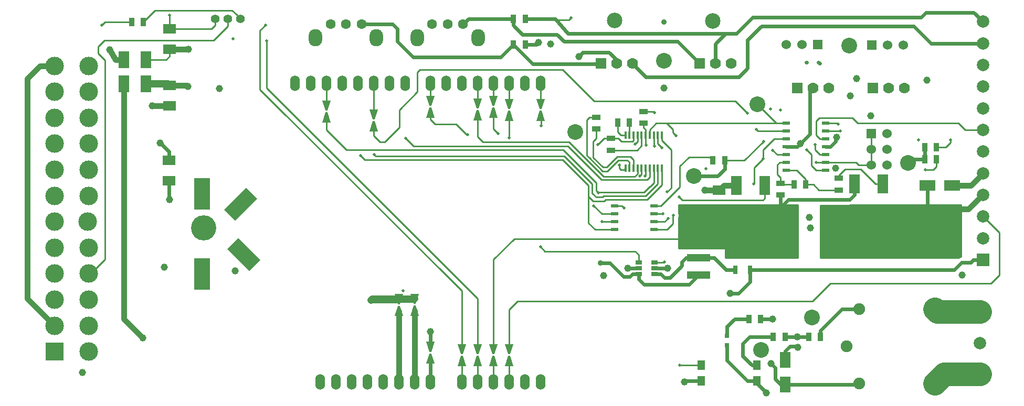
<source format=gtl>
G04 (created by PCBNEW (2013-07-07 BZR 4022)-stable) date 26/03/2014 18:27:59*
%MOIN*%
G04 Gerber Fmt 3.4, Leading zero omitted, Abs format*
%FSLAX34Y34*%
G01*
G70*
G90*
G04 APERTURE LIST*
%ADD10C,0.006*%
%ADD11C,0.0984252*%
%ADD12R,0.0669291X0.0984252*%
%ADD13R,0.035X0.055*%
%ADD14R,0.0511811X0.0590551*%
%ADD15R,0.06X0.06*%
%ADD16C,0.06*%
%ADD17R,0.055X0.035*%
%ADD18R,0.0787402X0.0787402*%
%ADD19C,0.0787402*%
%ADD20R,0.045X0.02*%
%ADD21R,0.0984252X0.0669291*%
%ADD22R,0.07X0.11*%
%ADD23R,0.08X0.06*%
%ADD24R,0.0394X0.0276*%
%ADD25R,0.0255906X0.0531496*%
%ADD26R,0.145669X0.0472441*%
%ADD27C,0.075*%
%ADD28C,0.16*%
%ADD29R,0.1X0.2*%
%ADD30R,0.016X0.05*%
%ADD31R,0.0314X0.0314*%
%ADD32C,0.07*%
%ADD33R,0.07X0.07*%
%ADD34O,0.0866142X0.110236*%
%ADD35C,0.0629921*%
%ADD36C,0.0551181*%
%ADD37O,0.06X0.1*%
%ADD38R,0.11811X0.11811*%
%ADD39C,0.11811*%
%ADD40C,0.1*%
%ADD41R,0.065X0.12*%
%ADD42R,0.24X0.24*%
%ADD43C,0.046*%
%ADD44C,0.02*%
%ADD45C,0.035*%
%ADD46C,0.024*%
%ADD47C,0.036*%
%ADD48C,0.048*%
%ADD49C,0.01*%
%ADD50C,0.15*%
G04 APERTURE END LIST*
G54D10*
G54D11*
X95650Y-39550D03*
G54D12*
X100250Y-61100D03*
X100250Y-62674D03*
G54D13*
X100225Y-59650D03*
X99475Y-59650D03*
X101725Y-59650D03*
X102475Y-59650D03*
X97925Y-58500D03*
X98675Y-58500D03*
G54D14*
X94900Y-61450D03*
X94900Y-62450D03*
X98443Y-62450D03*
X98443Y-61450D03*
G54D15*
X105700Y-46700D03*
G54D16*
X106700Y-46700D03*
X105700Y-47700D03*
X106700Y-47700D03*
X105700Y-48700D03*
X106700Y-48700D03*
G54D17*
X91225Y-45300D03*
X91225Y-46050D03*
X89175Y-47025D03*
X89175Y-47775D03*
G54D18*
X112600Y-62000D03*
G54D19*
X112600Y-60031D03*
X112600Y-58062D03*
G54D18*
X112800Y-54750D03*
G54D19*
X112800Y-53372D03*
X112800Y-51994D03*
X112800Y-50616D03*
X112800Y-49238D03*
X112800Y-47860D03*
X112800Y-46482D03*
X112800Y-45104D03*
X112800Y-43726D03*
X112800Y-42348D03*
X112800Y-40970D03*
X112800Y-39592D03*
G54D20*
X91900Y-51325D03*
X91900Y-51825D03*
X91900Y-52325D03*
X91900Y-52825D03*
X89400Y-52825D03*
X89400Y-52325D03*
X89400Y-51825D03*
X89400Y-51325D03*
G54D21*
X110850Y-50000D03*
X109275Y-50000D03*
G54D13*
X95650Y-48425D03*
X96400Y-48425D03*
G54D22*
X58250Y-43550D03*
X59650Y-43550D03*
X59650Y-42000D03*
X58250Y-42000D03*
G54D23*
X61150Y-43650D03*
X61150Y-44950D03*
X61100Y-49700D03*
X61100Y-48400D03*
X61150Y-40050D03*
X61150Y-41350D03*
G54D13*
X59475Y-39600D03*
X58725Y-39600D03*
X83725Y-41050D03*
X82975Y-41050D03*
X82975Y-39400D03*
X83725Y-39400D03*
G54D24*
X90925Y-55650D03*
X90925Y-55275D03*
X90925Y-54900D03*
X91925Y-54900D03*
X91925Y-55275D03*
X91925Y-55650D03*
G54D25*
X97075Y-55375D03*
X98019Y-55375D03*
G54D26*
X94725Y-55725D03*
X94725Y-54622D03*
G54D27*
X104150Y-60250D03*
X104940Y-57890D03*
X109740Y-57890D03*
X109740Y-62610D03*
X104940Y-62610D03*
G54D20*
X100300Y-46050D03*
X100300Y-46550D03*
X100300Y-47050D03*
X100300Y-47550D03*
X100300Y-48050D03*
X100300Y-48550D03*
X100300Y-49050D03*
X102800Y-49050D03*
X102800Y-48550D03*
X102800Y-47550D03*
X102800Y-47050D03*
X102800Y-46550D03*
X102800Y-46050D03*
X102800Y-48050D03*
G54D28*
X63300Y-52700D03*
G54D15*
X63200Y-55150D03*
G54D16*
X63200Y-56150D03*
G54D29*
X63200Y-55650D03*
G54D10*
G36*
X65072Y-54046D02*
X65496Y-53622D01*
X65920Y-54046D01*
X65496Y-54470D01*
X65072Y-54046D01*
X65072Y-54046D01*
G37*
G54D16*
X66203Y-54753D03*
G54D10*
G36*
X64789Y-54046D02*
X65496Y-53339D01*
X66910Y-54753D01*
X66203Y-55460D01*
X64789Y-54046D01*
X64789Y-54046D01*
G37*
G54D15*
X63200Y-51050D03*
G54D16*
X63200Y-50050D03*
G54D29*
X63200Y-50550D03*
G54D10*
G36*
X65296Y-51977D02*
X64872Y-51553D01*
X65296Y-51129D01*
X65720Y-51553D01*
X65296Y-51977D01*
X65296Y-51977D01*
G37*
G54D16*
X66003Y-50846D03*
G54D10*
G36*
X65296Y-52260D02*
X64589Y-51553D01*
X66003Y-50139D01*
X66710Y-50846D01*
X65296Y-52260D01*
X65296Y-52260D01*
G37*
G54D30*
X92400Y-46800D03*
X92150Y-46800D03*
X91890Y-46800D03*
X91630Y-46800D03*
X91380Y-46800D03*
X91120Y-46800D03*
X90860Y-46800D03*
X90610Y-46800D03*
X90350Y-46800D03*
X90100Y-46800D03*
X90100Y-48900D03*
X90350Y-48900D03*
X90610Y-48900D03*
X90860Y-48900D03*
X91120Y-48900D03*
X91380Y-48900D03*
X91630Y-48900D03*
X91890Y-48900D03*
X92150Y-48900D03*
X92400Y-48900D03*
G54D17*
X88250Y-45675D03*
X88250Y-46425D03*
G54D10*
G36*
X82975Y-45900D02*
X82425Y-45900D01*
X82625Y-45250D01*
X82775Y-45250D01*
X82975Y-45900D01*
X82975Y-45900D01*
G37*
G36*
X82975Y-44500D02*
X82775Y-45150D01*
X82625Y-45150D01*
X82425Y-44500D01*
X82975Y-44500D01*
X82975Y-44500D01*
G37*
G36*
X81975Y-45700D02*
X81425Y-45700D01*
X81625Y-45050D01*
X81775Y-45050D01*
X81975Y-45700D01*
X81975Y-45700D01*
G37*
G36*
X81975Y-44300D02*
X81775Y-44950D01*
X81625Y-44950D01*
X81425Y-44300D01*
X81975Y-44300D01*
X81975Y-44300D01*
G37*
G36*
X80975Y-45875D02*
X80425Y-45875D01*
X80625Y-45225D01*
X80775Y-45225D01*
X80975Y-45875D01*
X80975Y-45875D01*
G37*
G36*
X80975Y-44475D02*
X80775Y-45125D01*
X80625Y-45125D01*
X80425Y-44475D01*
X80975Y-44475D01*
X80975Y-44475D01*
G37*
G36*
X76975Y-58300D02*
X76425Y-58300D01*
X76625Y-57650D01*
X76775Y-57650D01*
X76975Y-58300D01*
X76975Y-58300D01*
G37*
G36*
X76975Y-56900D02*
X76775Y-57550D01*
X76625Y-57550D01*
X76425Y-56900D01*
X76975Y-56900D01*
X76975Y-56900D01*
G37*
G36*
X75975Y-58325D02*
X75425Y-58325D01*
X75625Y-57675D01*
X75775Y-57675D01*
X75975Y-58325D01*
X75975Y-58325D01*
G37*
G36*
X75975Y-56925D02*
X75775Y-57575D01*
X75625Y-57575D01*
X75425Y-56925D01*
X75975Y-56925D01*
X75975Y-56925D01*
G37*
G36*
X77975Y-61350D02*
X77425Y-61350D01*
X77625Y-60700D01*
X77775Y-60700D01*
X77975Y-61350D01*
X77975Y-61350D01*
G37*
G36*
X77975Y-59950D02*
X77775Y-60600D01*
X77625Y-60600D01*
X77425Y-59950D01*
X77975Y-59950D01*
X77975Y-59950D01*
G37*
G36*
X84975Y-45900D02*
X84425Y-45900D01*
X84625Y-45250D01*
X84775Y-45250D01*
X84975Y-45900D01*
X84975Y-45900D01*
G37*
G36*
X84975Y-44500D02*
X84775Y-45150D01*
X84625Y-45150D01*
X84425Y-44500D01*
X84975Y-44500D01*
X84975Y-44500D01*
G37*
G36*
X71375Y-46000D02*
X70825Y-46000D01*
X71025Y-45350D01*
X71175Y-45350D01*
X71375Y-46000D01*
X71375Y-46000D01*
G37*
G36*
X71375Y-44600D02*
X71175Y-45250D01*
X71025Y-45250D01*
X70825Y-44600D01*
X71375Y-44600D01*
X71375Y-44600D01*
G37*
G36*
X74375Y-46575D02*
X73825Y-46575D01*
X74025Y-45925D01*
X74175Y-45925D01*
X74375Y-46575D01*
X74375Y-46575D01*
G37*
G36*
X74375Y-45175D02*
X74175Y-45825D01*
X74025Y-45825D01*
X73825Y-45175D01*
X74375Y-45175D01*
X74375Y-45175D01*
G37*
G36*
X81425Y-60100D02*
X81975Y-60100D01*
X81775Y-60750D01*
X81625Y-60750D01*
X81425Y-60100D01*
X81425Y-60100D01*
G37*
G36*
X81425Y-61500D02*
X81625Y-60850D01*
X81775Y-60850D01*
X81975Y-61500D01*
X81425Y-61500D01*
X81425Y-61500D01*
G37*
G36*
X82425Y-60100D02*
X82975Y-60100D01*
X82775Y-60750D01*
X82625Y-60750D01*
X82425Y-60100D01*
X82425Y-60100D01*
G37*
G36*
X82425Y-61500D02*
X82625Y-60850D01*
X82775Y-60850D01*
X82975Y-61500D01*
X82425Y-61500D01*
X82425Y-61500D01*
G37*
G36*
X80425Y-60100D02*
X80975Y-60100D01*
X80775Y-60750D01*
X80625Y-60750D01*
X80425Y-60100D01*
X80425Y-60100D01*
G37*
G36*
X80425Y-61500D02*
X80625Y-60850D01*
X80775Y-60850D01*
X80975Y-61500D01*
X80425Y-61500D01*
X80425Y-61500D01*
G37*
G36*
X79425Y-60100D02*
X79975Y-60100D01*
X79775Y-60750D01*
X79625Y-60750D01*
X79425Y-60100D01*
X79425Y-60100D01*
G37*
G36*
X79425Y-61500D02*
X79625Y-60850D01*
X79775Y-60850D01*
X79975Y-61500D01*
X79425Y-61500D01*
X79425Y-61500D01*
G37*
G36*
X77975Y-45700D02*
X77425Y-45700D01*
X77625Y-45050D01*
X77775Y-45050D01*
X77975Y-45700D01*
X77975Y-45700D01*
G37*
G36*
X77975Y-44300D02*
X77775Y-44950D01*
X77625Y-44950D01*
X77425Y-44300D01*
X77975Y-44300D01*
X77975Y-44300D01*
G37*
G54D13*
X90350Y-46000D03*
X89600Y-46000D03*
G54D31*
X96550Y-60170D03*
X96550Y-59580D03*
G54D11*
X89400Y-39500D03*
G54D32*
X89525Y-42250D03*
X90525Y-42250D03*
G54D33*
X88525Y-42250D03*
G54D32*
X106800Y-43800D03*
X107800Y-43800D03*
G54D33*
X105800Y-43800D03*
G54D32*
X102000Y-43825D03*
X103000Y-43825D03*
G54D33*
X101000Y-43825D03*
G54D32*
X95800Y-42250D03*
X96800Y-42250D03*
G54D33*
X94800Y-42250D03*
G54D34*
X74279Y-40616D03*
X70420Y-40616D03*
G54D35*
X72350Y-39750D03*
X73334Y-39750D03*
X71365Y-39750D03*
G54D34*
X80729Y-40616D03*
X76870Y-40616D03*
G54D35*
X78800Y-39750D03*
X79784Y-39750D03*
X77815Y-39750D03*
G54D36*
X65623Y-39425D03*
X64835Y-39425D03*
X64048Y-39425D03*
G54D37*
X84700Y-62500D03*
X84700Y-43500D03*
X83700Y-43500D03*
X82700Y-43500D03*
X81700Y-43500D03*
X80700Y-43500D03*
X79700Y-43500D03*
X78700Y-43500D03*
X77700Y-43500D03*
X76100Y-43500D03*
X75100Y-43500D03*
X74100Y-43500D03*
X73100Y-43500D03*
X72100Y-43500D03*
X71100Y-43500D03*
X70100Y-43500D03*
X69100Y-43500D03*
X83700Y-62500D03*
X82700Y-62500D03*
X81700Y-62500D03*
X80700Y-62500D03*
X79700Y-62500D03*
X77700Y-62500D03*
X76700Y-62500D03*
X75700Y-62500D03*
X74700Y-62500D03*
X73700Y-62500D03*
X72700Y-62500D03*
X71700Y-62500D03*
X70700Y-62500D03*
G54D38*
X53824Y-60588D03*
G54D39*
X53824Y-58935D03*
X53824Y-57281D03*
X53824Y-55628D03*
X53824Y-53974D03*
X53824Y-52321D03*
X53824Y-50667D03*
X53824Y-49014D03*
X53824Y-47360D03*
X53824Y-45707D03*
X53824Y-44053D03*
X53824Y-42400D03*
X55989Y-60588D03*
X55989Y-58935D03*
X55989Y-57281D03*
X55989Y-55628D03*
X55989Y-53974D03*
X55938Y-52321D03*
X55989Y-50667D03*
X55989Y-49014D03*
X55989Y-47360D03*
X55989Y-45707D03*
X55989Y-44053D03*
X55989Y-42400D03*
G54D40*
X94450Y-49425D03*
X104300Y-41100D03*
X92525Y-42075D03*
X101950Y-58425D03*
X98700Y-60475D03*
X86900Y-46625D03*
X108050Y-48575D03*
X98475Y-44850D03*
G54D41*
X98950Y-50000D03*
G54D42*
X98050Y-52500D03*
G54D41*
X97150Y-50000D03*
X106450Y-49900D03*
G54D42*
X105550Y-52400D03*
G54D41*
X104650Y-49900D03*
G54D23*
X96050Y-51600D03*
X96050Y-50300D03*
G54D13*
X109850Y-48350D03*
X109100Y-48350D03*
X109850Y-47575D03*
X109100Y-47575D03*
G54D17*
X103650Y-50300D03*
X103650Y-49550D03*
G54D13*
X100800Y-49950D03*
X101550Y-49950D03*
G54D17*
X99925Y-49875D03*
X99925Y-50625D03*
G54D15*
X102300Y-41050D03*
G54D16*
X101300Y-41050D03*
X100300Y-41050D03*
G54D15*
X105725Y-41075D03*
G54D16*
X106725Y-41075D03*
X107725Y-41075D03*
G54D43*
X109250Y-43300D03*
X101825Y-52700D03*
X55600Y-61900D03*
X77700Y-59325D03*
X101000Y-59650D03*
X59450Y-59700D03*
X62300Y-43700D03*
G54D44*
X56825Y-39800D03*
G54D43*
X85350Y-41000D03*
X64300Y-43850D03*
X60800Y-55200D03*
G54D45*
X88500Y-54950D03*
G54D43*
X65300Y-55450D03*
G54D44*
X91950Y-47525D03*
X90000Y-51450D03*
X108700Y-47100D03*
G54D43*
X61150Y-50900D03*
X57350Y-41375D03*
X87125Y-41800D03*
X62350Y-41350D03*
G54D44*
X93500Y-50750D03*
X84725Y-46200D03*
X97825Y-45400D03*
X84700Y-53925D03*
X74150Y-48050D03*
X73275Y-48125D03*
X93525Y-61450D03*
X88600Y-52300D03*
X88375Y-50475D03*
X67225Y-39800D03*
X67300Y-40825D03*
X76125Y-47000D03*
X82000Y-46700D03*
X93150Y-51925D03*
X92750Y-50425D03*
X80075Y-46775D03*
X88075Y-51300D03*
X82700Y-46975D03*
X92800Y-52100D03*
G54D43*
X90225Y-55275D03*
X96725Y-56875D03*
G54D44*
X92575Y-54875D03*
X86625Y-39350D03*
G54D43*
X84575Y-40900D03*
G54D44*
X93300Y-46850D03*
X91400Y-47450D03*
X90700Y-47375D03*
X102150Y-47400D03*
X88350Y-47425D03*
X95200Y-48950D03*
X99950Y-45225D03*
G54D43*
X104375Y-44300D03*
X104775Y-43225D03*
X95125Y-50300D03*
G54D44*
X110750Y-47100D03*
X99300Y-45150D03*
X92475Y-51825D03*
X89700Y-48725D03*
G54D43*
X101775Y-52050D03*
X103450Y-48925D03*
X101200Y-47350D03*
X105675Y-45575D03*
X103500Y-46950D03*
X60050Y-44950D03*
G54D44*
X61150Y-39175D03*
X75975Y-56700D03*
G54D43*
X73925Y-57325D03*
X60550Y-47300D03*
X88700Y-55750D03*
X111475Y-55700D03*
X92775Y-55275D03*
G54D45*
X92525Y-39600D03*
G54D43*
X92550Y-43800D03*
G54D44*
X65175Y-40675D03*
G54D43*
X99450Y-58500D03*
G54D44*
X99450Y-47775D03*
X98875Y-47200D03*
X92400Y-47600D03*
X91000Y-49425D03*
X109125Y-49000D03*
X91325Y-49425D03*
X98250Y-49925D03*
X98850Y-48300D03*
X98400Y-46450D03*
X101600Y-47750D03*
X103600Y-46100D03*
X91950Y-45375D03*
X103750Y-46550D03*
X102200Y-48550D03*
G54D43*
X99050Y-63200D03*
X93850Y-62500D03*
X101025Y-60300D03*
X99350Y-61350D03*
G54D46*
X102425Y-42250D02*
X102350Y-42175D01*
X102375Y-42200D02*
X102350Y-42175D01*
X101600Y-42175D02*
X101575Y-42175D01*
X77700Y-60275D02*
X77700Y-59325D01*
X100225Y-59650D02*
X101000Y-59650D01*
X101000Y-59650D02*
X101725Y-59650D01*
G54D47*
X58250Y-43550D02*
X58250Y-58500D01*
X58250Y-58500D02*
X59450Y-59700D01*
G54D48*
X59650Y-43550D02*
X61050Y-43550D01*
X61050Y-43550D02*
X61150Y-43650D01*
G54D47*
X61150Y-43650D02*
X62250Y-43650D01*
X62250Y-43650D02*
X62300Y-43700D01*
G54D49*
X58725Y-39600D02*
X57025Y-39600D01*
X57025Y-39600D02*
X56825Y-39800D01*
G54D46*
X89100Y-54950D02*
X88500Y-54950D01*
X90550Y-55650D02*
X90925Y-55650D01*
X89975Y-55825D02*
X89525Y-55375D01*
X90375Y-55825D02*
X89975Y-55825D01*
X90550Y-55650D02*
X90375Y-55825D01*
X89525Y-55375D02*
X89100Y-54950D01*
X90925Y-55650D02*
X90925Y-55975D01*
X94125Y-56325D02*
X94725Y-55725D01*
X91275Y-56325D02*
X94125Y-56325D01*
X90925Y-55975D02*
X91275Y-56325D01*
G54D49*
X91890Y-47335D02*
X91890Y-47465D01*
X91890Y-46800D02*
X91890Y-47335D01*
X91890Y-47465D02*
X91950Y-47525D01*
X89400Y-51325D02*
X89875Y-51325D01*
X89875Y-51325D02*
X90000Y-51450D01*
G54D46*
X61100Y-50850D02*
X61150Y-50900D01*
X61100Y-49700D02*
X61100Y-50850D01*
G54D47*
X57700Y-42000D02*
X58250Y-42000D01*
X57350Y-41375D02*
X57700Y-42000D01*
G54D46*
X89525Y-42250D02*
X89525Y-42025D01*
X87375Y-41550D02*
X87125Y-41800D01*
X89050Y-41550D02*
X87375Y-41550D01*
X89525Y-42025D02*
X89050Y-41550D01*
G54D49*
X61150Y-41350D02*
X61150Y-41775D01*
X60925Y-42000D02*
X59650Y-42000D01*
X61150Y-41775D02*
X60925Y-42000D01*
G54D47*
X61150Y-41350D02*
X62300Y-41350D01*
X62300Y-41350D02*
X62350Y-41350D01*
G54D46*
X104650Y-49900D02*
X104650Y-50600D01*
X100425Y-50925D02*
X99925Y-51425D01*
X104325Y-50925D02*
X100425Y-50925D01*
X104650Y-50600D02*
X104325Y-50925D01*
X99925Y-51650D02*
X99925Y-51625D01*
X99925Y-50625D02*
X99925Y-51425D01*
X99925Y-51425D02*
X99925Y-51650D01*
G54D49*
X93550Y-53400D02*
X94525Y-53400D01*
X96050Y-51875D02*
X96050Y-51600D01*
X94525Y-53400D02*
X96050Y-51875D01*
X81700Y-60425D02*
X81700Y-54725D01*
X83025Y-53400D02*
X93550Y-53400D01*
X93550Y-53400D02*
X93975Y-53400D01*
X81700Y-54725D02*
X83025Y-53400D01*
X98950Y-50825D02*
X98950Y-50000D01*
X98825Y-50950D02*
X98950Y-50825D01*
X93700Y-50950D02*
X98825Y-50950D01*
X93500Y-50750D02*
X93700Y-50950D01*
X84700Y-45575D02*
X84725Y-45600D01*
X84725Y-45600D02*
X84725Y-46200D01*
X97075Y-44650D02*
X96725Y-44650D01*
X97825Y-45400D02*
X97075Y-44650D01*
X85375Y-42650D02*
X86100Y-42650D01*
X74100Y-46850D02*
X74500Y-47250D01*
X74500Y-47250D02*
X74800Y-47250D01*
X74800Y-47250D02*
X75725Y-46325D01*
X75725Y-46325D02*
X75725Y-45200D01*
X75725Y-45200D02*
X76875Y-44050D01*
X76875Y-44050D02*
X76875Y-42825D01*
X76875Y-42825D02*
X77050Y-42650D01*
X77050Y-42650D02*
X85375Y-42650D01*
X74100Y-46250D02*
X74100Y-46850D01*
X88100Y-44650D02*
X96725Y-44650D01*
X86100Y-42650D02*
X88100Y-44650D01*
X90700Y-54200D02*
X90925Y-54425D01*
X90925Y-54900D02*
X90925Y-54425D01*
X84975Y-54200D02*
X90700Y-54200D01*
X84700Y-53925D02*
X84975Y-54200D01*
X88775Y-50675D02*
X88700Y-50675D01*
X74150Y-48075D02*
X74225Y-48150D01*
X74225Y-48150D02*
X86200Y-48150D01*
X86200Y-48150D02*
X86300Y-48250D01*
X74150Y-48050D02*
X74150Y-48075D01*
X87975Y-49925D02*
X86300Y-48250D01*
X87975Y-50500D02*
X87975Y-49925D01*
X88225Y-50750D02*
X87975Y-50500D01*
X88625Y-50750D02*
X88225Y-50750D01*
X88700Y-50675D02*
X88625Y-50750D01*
X92150Y-48900D02*
X92150Y-49900D01*
X91375Y-50675D02*
X88775Y-50675D01*
X88775Y-50675D02*
X88725Y-50675D01*
X92150Y-49900D02*
X91375Y-50675D01*
X91475Y-50900D02*
X88850Y-50900D01*
X92400Y-48900D02*
X92400Y-49975D01*
X91475Y-50900D02*
X92400Y-49975D01*
X88050Y-51025D02*
X87750Y-50725D01*
X88725Y-51025D02*
X88050Y-51025D01*
X88850Y-50900D02*
X88725Y-51025D01*
X87625Y-49900D02*
X87025Y-49300D01*
X87750Y-50025D02*
X87625Y-49900D01*
X87750Y-52400D02*
X87750Y-50725D01*
X87750Y-50725D02*
X87750Y-50025D01*
X87025Y-49300D02*
X86100Y-48375D01*
X73525Y-48375D02*
X73275Y-48125D01*
X86100Y-48375D02*
X73525Y-48375D01*
X89400Y-52825D02*
X88175Y-52825D01*
X88175Y-52825D02*
X87750Y-52400D01*
X89400Y-52825D02*
X89375Y-52800D01*
X93525Y-61450D02*
X94900Y-61450D01*
X89400Y-52325D02*
X88625Y-52325D01*
X88600Y-52300D02*
X88625Y-52325D01*
X88375Y-50475D02*
X88250Y-50350D01*
X88250Y-49850D02*
X86150Y-47750D01*
X88250Y-50350D02*
X88250Y-49850D01*
X72375Y-47750D02*
X71725Y-47100D01*
X71100Y-45675D02*
X71100Y-46475D01*
X71725Y-47100D02*
X71100Y-46475D01*
X86150Y-47750D02*
X72375Y-47750D01*
X91474Y-50250D02*
X91274Y-50450D01*
X91670Y-50070D02*
X91654Y-50070D01*
X91654Y-50070D02*
X91474Y-50250D01*
X88400Y-50450D02*
X88375Y-50475D01*
X91274Y-50450D02*
X88400Y-50450D01*
X91890Y-49850D02*
X91670Y-50070D01*
X91670Y-50070D02*
X91665Y-50075D01*
X91890Y-48900D02*
X91890Y-49850D01*
X79700Y-60425D02*
X79700Y-56725D01*
X66875Y-40150D02*
X67225Y-39800D01*
X66875Y-43900D02*
X66875Y-40150D01*
X79700Y-56725D02*
X66875Y-43900D01*
X80700Y-60425D02*
X80700Y-59525D01*
X67300Y-43800D02*
X80700Y-57200D01*
X80700Y-57200D02*
X80700Y-59525D01*
X67300Y-40825D02*
X67300Y-43800D01*
X76487Y-47362D02*
X76625Y-47500D01*
X86425Y-47500D02*
X86575Y-47650D01*
X76625Y-47500D02*
X86425Y-47500D01*
X76500Y-47375D02*
X76487Y-47362D01*
X76487Y-47362D02*
X76125Y-47000D01*
X91630Y-49495D02*
X91475Y-49650D01*
X91475Y-49650D02*
X88725Y-49650D01*
X88725Y-49650D02*
X88575Y-49650D01*
X88575Y-49650D02*
X86575Y-47650D01*
X91630Y-48900D02*
X91630Y-49495D01*
X90860Y-48900D02*
X90860Y-49265D01*
X80700Y-46925D02*
X80700Y-45550D01*
X81025Y-47250D02*
X80700Y-46925D01*
X86500Y-47250D02*
X81025Y-47250D01*
X88699Y-49449D02*
X86500Y-47250D01*
X90675Y-49449D02*
X88699Y-49449D01*
X90860Y-49265D02*
X90675Y-49449D01*
X81700Y-46400D02*
X81700Y-45375D01*
X82000Y-46700D02*
X81700Y-46400D01*
X93100Y-52450D02*
X93100Y-51975D01*
X92725Y-52825D02*
X93100Y-52450D01*
X91900Y-52825D02*
X92725Y-52825D01*
X93100Y-51975D02*
X93150Y-51925D01*
X93000Y-50175D02*
X92750Y-50425D01*
X93000Y-48975D02*
X93000Y-50175D01*
X92400Y-47150D02*
X93000Y-47750D01*
X93000Y-47750D02*
X93000Y-48975D01*
X92400Y-46800D02*
X92400Y-47150D01*
X77700Y-45375D02*
X77700Y-45825D01*
X80000Y-46775D02*
X80075Y-46775D01*
X79350Y-46125D02*
X80000Y-46775D01*
X78000Y-46125D02*
X79350Y-46125D01*
X77700Y-45825D02*
X78000Y-46125D01*
X88875Y-51825D02*
X88600Y-51825D01*
X88600Y-51825D02*
X88075Y-51300D01*
X89400Y-51825D02*
X88875Y-51825D01*
X88875Y-51825D02*
X88850Y-51825D01*
G54D47*
X110850Y-50000D02*
X112038Y-50000D01*
X112038Y-50000D02*
X112800Y-49238D01*
G54D46*
X109275Y-50000D02*
X109275Y-51625D01*
X109275Y-51625D02*
X109350Y-51700D01*
G54D47*
X112800Y-50616D02*
X112758Y-50616D01*
X111875Y-51500D02*
X111200Y-51500D01*
X112758Y-50616D02*
X111875Y-51500D01*
G54D49*
X82700Y-60425D02*
X82700Y-57925D01*
X113825Y-53019D02*
X112800Y-51994D01*
X113825Y-55725D02*
X113825Y-53019D01*
X113300Y-56250D02*
X113825Y-55725D01*
X103100Y-56250D02*
X113300Y-56250D01*
X101975Y-57375D02*
X103100Y-56250D01*
X83250Y-57375D02*
X101975Y-57375D01*
X82700Y-57925D02*
X83250Y-57375D01*
X82700Y-46750D02*
X82700Y-45575D01*
X82700Y-46725D02*
X82700Y-46750D01*
X82700Y-46975D02*
X82700Y-46725D01*
X91900Y-52325D02*
X92575Y-52325D01*
X92575Y-52325D02*
X92800Y-52100D01*
G54D46*
X111425Y-54925D02*
X112000Y-54925D01*
X112175Y-54750D02*
X112025Y-54900D01*
X112800Y-54750D02*
X112175Y-54750D01*
X110975Y-55375D02*
X111425Y-54925D01*
X110975Y-55375D02*
X98019Y-55375D01*
X112000Y-54925D02*
X112025Y-54900D01*
X98019Y-55375D02*
X98019Y-56130D01*
X90225Y-55275D02*
X90925Y-55275D01*
X97275Y-56875D02*
X96725Y-56875D01*
X98019Y-56130D02*
X97275Y-56875D01*
G54D49*
X92575Y-54875D02*
X92550Y-54900D01*
X91925Y-54900D02*
X92550Y-54900D01*
G54D46*
X95800Y-42250D02*
X95800Y-41000D01*
X95800Y-41000D02*
X96450Y-40350D01*
X98175Y-39300D02*
X108875Y-39300D01*
X97125Y-40350D02*
X98175Y-39300D01*
X96450Y-40350D02*
X97125Y-40350D01*
X108875Y-39300D02*
X109175Y-39000D01*
X109175Y-39000D02*
X112207Y-39000D01*
X112207Y-39000D02*
X112800Y-39592D01*
X94725Y-40350D02*
X96450Y-40350D01*
X95800Y-42250D02*
X95800Y-41250D01*
X86450Y-40350D02*
X94725Y-40350D01*
X94725Y-40350D02*
X94750Y-40350D01*
G54D49*
X85650Y-39411D02*
X85650Y-39400D01*
X85713Y-39475D02*
X85650Y-39411D01*
X86500Y-39475D02*
X85713Y-39475D01*
X86625Y-39350D02*
X86500Y-39475D01*
G54D46*
X85650Y-39400D02*
X86450Y-40350D01*
X83725Y-39400D02*
X85650Y-39400D01*
X97175Y-43100D02*
X97300Y-43100D01*
X90525Y-42250D02*
X91375Y-43100D01*
X101250Y-39875D02*
X108400Y-39875D01*
X108400Y-39875D02*
X109495Y-40970D01*
X109495Y-40970D02*
X112800Y-40970D01*
X97175Y-43100D02*
X91375Y-43100D01*
X98725Y-39875D02*
X101250Y-39875D01*
X97850Y-40750D02*
X98725Y-39875D01*
X97850Y-42550D02*
X97850Y-40750D01*
X97300Y-43100D02*
X97850Y-42550D01*
X112800Y-40970D02*
X110429Y-40970D01*
X83725Y-41050D02*
X84425Y-41050D01*
X84425Y-41050D02*
X84575Y-40900D01*
G54D50*
X112600Y-58062D02*
X109912Y-58062D01*
X109912Y-58062D02*
X109740Y-57890D01*
X112600Y-62000D02*
X110350Y-62000D01*
X110350Y-62000D02*
X109740Y-62610D01*
G54D49*
X100300Y-46050D02*
X99675Y-46050D01*
X99675Y-46050D02*
X98475Y-44850D01*
X93100Y-46450D02*
X92700Y-46050D01*
X93100Y-46650D02*
X93100Y-46450D01*
X93300Y-46850D02*
X93100Y-46650D01*
X99600Y-46050D02*
X92700Y-46050D01*
X92700Y-46050D02*
X92050Y-46050D01*
X91630Y-46470D02*
X91630Y-46850D01*
X92050Y-46050D02*
X91630Y-46470D01*
X100300Y-46050D02*
X99600Y-46050D01*
X91380Y-46800D02*
X91380Y-46480D01*
X91225Y-46325D02*
X91225Y-46050D01*
X91380Y-46480D02*
X91225Y-46325D01*
X91380Y-47430D02*
X91380Y-46800D01*
X91400Y-47450D02*
X91380Y-47430D01*
G54D46*
X109100Y-48350D02*
X108275Y-48350D01*
X108275Y-48350D02*
X108050Y-48575D01*
X109100Y-47575D02*
X109100Y-48350D01*
G54D49*
X90700Y-47375D02*
X90860Y-47215D01*
X90860Y-47215D02*
X90860Y-46800D01*
X89175Y-47775D02*
X90825Y-47775D01*
X91120Y-47480D02*
X91120Y-46800D01*
X90825Y-47775D02*
X91120Y-47480D01*
X102800Y-47050D02*
X102450Y-47050D01*
X102450Y-47050D02*
X102200Y-46800D01*
X102200Y-46800D02*
X102200Y-45900D01*
X102200Y-45900D02*
X102400Y-45700D01*
X102400Y-45700D02*
X104500Y-45700D01*
X104500Y-45700D02*
X104850Y-46050D01*
X104850Y-46050D02*
X111250Y-46050D01*
X111682Y-46482D02*
X111250Y-46050D01*
X112800Y-46482D02*
X111682Y-46482D01*
X102150Y-47750D02*
X102150Y-47400D01*
X102450Y-48050D02*
X102150Y-47750D01*
X102800Y-48050D02*
X102450Y-48050D01*
X89175Y-47025D02*
X88750Y-47025D01*
X88750Y-47025D02*
X88350Y-47425D01*
X89175Y-47025D02*
X89650Y-47025D01*
X90610Y-47140D02*
X90610Y-46800D01*
X90525Y-47225D02*
X90610Y-47140D01*
X89850Y-47225D02*
X90525Y-47225D01*
X89650Y-47025D02*
X89850Y-47225D01*
G54D47*
X95125Y-50300D02*
X96050Y-50300D01*
G54D49*
X109850Y-47575D02*
X110450Y-47575D01*
X110750Y-47275D02*
X110750Y-47100D01*
X110450Y-47575D02*
X110750Y-47275D01*
X92475Y-51825D02*
X91900Y-51825D01*
X90000Y-49000D02*
X90100Y-48900D01*
X89800Y-49000D02*
X90000Y-49000D01*
X89700Y-48900D02*
X89800Y-49000D01*
X89700Y-48725D02*
X89700Y-48900D01*
G54D47*
X97150Y-50000D02*
X96350Y-50000D01*
X96350Y-50000D02*
X96050Y-50300D01*
G54D46*
X101200Y-47350D02*
X101800Y-46750D01*
X101800Y-44025D02*
X102000Y-43825D01*
X101800Y-46750D02*
X101800Y-44025D01*
X100300Y-47550D02*
X101000Y-47550D01*
X101000Y-47550D02*
X101200Y-47350D01*
X103100Y-47550D02*
X102800Y-47550D01*
X103450Y-47200D02*
X103100Y-47550D01*
X103450Y-47000D02*
X103450Y-47200D01*
X103500Y-46950D02*
X103450Y-47000D01*
G54D47*
X61150Y-44950D02*
X60050Y-44950D01*
G54D49*
X61150Y-40050D02*
X63800Y-40050D01*
X64048Y-39801D02*
X64048Y-39425D01*
X63800Y-40050D02*
X64048Y-39801D01*
X61150Y-40050D02*
X61150Y-39175D01*
G54D47*
X75700Y-57250D02*
X76675Y-57250D01*
X76675Y-57250D02*
X76700Y-57225D01*
X73925Y-57325D02*
X75625Y-57325D01*
X75625Y-57325D02*
X75700Y-57250D01*
G54D48*
X75225Y-57250D02*
X75975Y-57250D01*
X73925Y-57325D02*
X74000Y-57250D01*
X74000Y-57250D02*
X75225Y-57250D01*
X75975Y-57250D02*
X76675Y-57250D01*
X76675Y-57250D02*
X76700Y-57225D01*
G54D46*
X61100Y-48400D02*
X61100Y-47850D01*
X61100Y-47850D02*
X60550Y-47300D01*
X92775Y-55275D02*
X91925Y-55275D01*
X99450Y-58500D02*
X98675Y-58500D01*
G54D49*
X64835Y-39425D02*
X64835Y-39889D01*
X63950Y-40775D02*
X57000Y-40775D01*
X57000Y-40775D02*
X56600Y-41175D01*
X56600Y-41175D02*
X56600Y-41600D01*
X56600Y-41600D02*
X57050Y-42050D01*
X57050Y-42050D02*
X57050Y-54725D01*
X57050Y-54725D02*
X56146Y-55628D01*
X56146Y-55628D02*
X55989Y-55628D01*
X64835Y-39889D02*
X63950Y-40775D01*
X65623Y-39425D02*
X65623Y-39348D01*
X60200Y-38875D02*
X59475Y-39600D01*
X65100Y-38875D02*
X60200Y-38875D01*
X65623Y-39348D02*
X65100Y-38875D01*
G54D47*
X53824Y-42400D02*
X52900Y-42400D01*
X52100Y-57211D02*
X53824Y-58935D01*
X52100Y-43200D02*
X52100Y-57211D01*
X52900Y-42400D02*
X52100Y-43200D01*
G54D46*
X91925Y-55650D02*
X92350Y-55650D01*
X93927Y-54622D02*
X94725Y-54622D01*
X93675Y-54875D02*
X93927Y-54622D01*
X93675Y-55125D02*
X93675Y-54875D01*
X92925Y-55875D02*
X93675Y-55125D01*
X92575Y-55875D02*
X92925Y-55875D01*
X92350Y-55650D02*
X92575Y-55875D01*
X94725Y-54622D02*
X95722Y-54622D01*
X96475Y-55375D02*
X97075Y-55375D01*
X95722Y-54622D02*
X96475Y-55375D01*
G54D49*
X91900Y-51325D02*
X92350Y-51325D01*
X95425Y-48200D02*
X95650Y-48425D01*
X94125Y-48200D02*
X95425Y-48200D01*
X93550Y-48775D02*
X94125Y-48200D01*
X93550Y-50125D02*
X93550Y-48775D01*
X92350Y-51325D02*
X93550Y-50125D01*
X103650Y-49550D02*
X103650Y-49375D01*
X105975Y-49900D02*
X106450Y-49900D01*
X105050Y-48975D02*
X105975Y-49900D01*
X104050Y-48975D02*
X105050Y-48975D01*
X103650Y-49375D02*
X104050Y-48975D01*
X100800Y-49950D02*
X100000Y-49950D01*
X100000Y-49950D02*
X99925Y-49875D01*
X99925Y-49875D02*
X99925Y-49500D01*
X99875Y-48550D02*
X100300Y-48550D01*
X99725Y-48700D02*
X99875Y-48550D01*
X99725Y-49300D02*
X99725Y-48700D01*
X99925Y-49500D02*
X99725Y-49300D01*
X103650Y-50300D02*
X102375Y-50300D01*
X102025Y-49950D02*
X101550Y-49950D01*
X102375Y-50300D02*
X102025Y-49950D01*
X101550Y-49950D02*
X101550Y-49625D01*
X100975Y-49050D02*
X100300Y-49050D01*
X101550Y-49625D02*
X100975Y-49050D01*
G54D46*
X94450Y-49425D02*
X95950Y-49425D01*
X96400Y-48975D02*
X96400Y-48425D01*
X95950Y-49425D02*
X96400Y-48975D01*
G54D49*
X100300Y-48050D02*
X99725Y-48050D01*
X99725Y-48050D02*
X99450Y-47775D01*
X97650Y-48425D02*
X98875Y-47200D01*
X97375Y-48425D02*
X97650Y-48425D01*
X96400Y-48425D02*
X97375Y-48425D01*
G54D46*
X93400Y-40850D02*
X94800Y-42250D01*
X86200Y-40850D02*
X93400Y-40850D01*
X85750Y-40400D02*
X86200Y-40850D01*
X83550Y-40400D02*
X85750Y-40400D01*
X82975Y-39400D02*
X82975Y-39825D01*
X82975Y-39825D02*
X83550Y-40400D01*
X82975Y-39400D02*
X80134Y-39400D01*
X80134Y-39400D02*
X79784Y-39750D01*
X88525Y-42250D02*
X88475Y-42250D01*
X84200Y-42275D02*
X82975Y-41050D01*
X88450Y-42275D02*
X84200Y-42275D01*
X88475Y-42250D02*
X88450Y-42275D01*
X82975Y-41050D02*
X82175Y-41850D01*
X82175Y-41850D02*
X76600Y-41850D01*
X76600Y-41850D02*
X75600Y-40850D01*
X75600Y-40850D02*
X75600Y-40050D01*
X75600Y-40050D02*
X75300Y-39750D01*
X75300Y-39750D02*
X73334Y-39750D01*
G54D49*
X84700Y-44825D02*
X84700Y-43500D01*
X80700Y-44800D02*
X80700Y-43500D01*
G54D46*
X77700Y-62500D02*
X77700Y-61025D01*
G54D49*
X81700Y-44625D02*
X81700Y-43500D01*
X82700Y-44825D02*
X82700Y-43500D01*
G54D47*
X75700Y-58000D02*
X75700Y-62500D01*
X76700Y-57975D02*
X76700Y-62500D01*
G54D49*
X81700Y-61175D02*
X81700Y-62500D01*
X82700Y-61175D02*
X82700Y-62500D01*
X80700Y-61175D02*
X80700Y-62500D01*
X79700Y-61175D02*
X79700Y-62500D01*
X74100Y-45500D02*
X74100Y-43500D01*
X77700Y-44625D02*
X77700Y-43500D01*
X71100Y-44925D02*
X71100Y-43500D01*
X92150Y-47350D02*
X92150Y-46800D01*
X92400Y-47600D02*
X92150Y-47350D01*
X91120Y-48900D02*
X91120Y-49305D01*
X91120Y-49305D02*
X91000Y-49425D01*
X109850Y-48350D02*
X109850Y-48800D01*
X109650Y-49000D02*
X109125Y-49000D01*
X109850Y-48800D02*
X109650Y-49000D01*
X91380Y-48900D02*
X91380Y-49370D01*
X91380Y-49370D02*
X91325Y-49425D01*
X90100Y-46800D02*
X89800Y-46800D01*
X89600Y-46600D02*
X89600Y-46000D01*
X89800Y-46800D02*
X89600Y-46600D01*
X98275Y-48875D02*
X98850Y-48300D01*
X98275Y-49900D02*
X98275Y-48875D01*
X98250Y-49925D02*
X98275Y-49900D01*
X98850Y-47750D02*
X98850Y-48300D01*
X100300Y-47050D02*
X99550Y-47050D01*
X99550Y-47050D02*
X98850Y-47750D01*
X100300Y-46550D02*
X98500Y-46550D01*
X98500Y-46550D02*
X98400Y-46450D01*
X101600Y-47750D02*
X101900Y-48050D01*
X101900Y-48050D02*
X101900Y-48750D01*
X101900Y-48750D02*
X102200Y-49050D01*
X102800Y-49050D02*
X102200Y-49050D01*
X103550Y-46050D02*
X103600Y-46100D01*
X102800Y-46050D02*
X103550Y-46050D01*
X88700Y-48850D02*
X88665Y-48850D01*
X88250Y-47000D02*
X88250Y-46425D01*
X88050Y-47200D02*
X88250Y-47000D01*
X88050Y-48234D02*
X88050Y-47200D01*
X88665Y-48850D02*
X88050Y-48234D01*
X90610Y-48385D02*
X90400Y-48175D01*
X90400Y-48175D02*
X89567Y-48175D01*
X89567Y-48175D02*
X88892Y-48850D01*
X90610Y-48385D02*
X90610Y-48900D01*
X88675Y-48850D02*
X88700Y-48850D01*
X88700Y-48850D02*
X88892Y-48850D01*
X88632Y-49100D02*
X87791Y-48258D01*
X90350Y-48900D02*
X90350Y-48525D01*
X89625Y-48400D02*
X88925Y-49100D01*
X90200Y-48400D02*
X89625Y-48400D01*
X90325Y-48525D02*
X90200Y-48400D01*
X90350Y-48525D02*
X90325Y-48525D01*
X88925Y-49100D02*
X88632Y-49100D01*
X87800Y-45675D02*
X88250Y-45675D01*
X87628Y-45846D02*
X87800Y-45675D01*
X87628Y-48096D02*
X87628Y-45846D01*
X87791Y-48258D02*
X87628Y-48096D01*
X90350Y-46800D02*
X90350Y-46000D01*
X91250Y-45325D02*
X91225Y-45300D01*
X91900Y-45325D02*
X91250Y-45325D01*
X91950Y-45375D02*
X91900Y-45325D01*
X103750Y-46550D02*
X102800Y-46550D01*
X102800Y-48550D02*
X102200Y-48550D01*
X105700Y-48700D02*
X104900Y-48700D01*
X104750Y-48550D02*
X102800Y-48550D01*
X104900Y-48700D02*
X104750Y-48550D01*
X105700Y-48700D02*
X105700Y-47700D01*
X105700Y-46700D02*
X105700Y-47700D01*
G54D46*
X96550Y-59580D02*
X96550Y-58975D01*
X97025Y-58500D02*
X97925Y-58500D01*
X96550Y-58975D02*
X97025Y-58500D01*
X97550Y-58500D02*
X97925Y-58500D01*
X97900Y-62450D02*
X97850Y-62450D01*
X96550Y-61150D02*
X96550Y-60170D01*
X97850Y-62450D02*
X96550Y-61150D01*
X98443Y-62450D02*
X98443Y-62593D01*
X98443Y-62593D02*
X99050Y-63200D01*
X97900Y-62450D02*
X97900Y-62450D01*
X97900Y-62450D02*
X98443Y-62450D01*
X94900Y-62450D02*
X93900Y-62450D01*
X93900Y-62450D02*
X93850Y-62500D01*
X100975Y-60250D02*
X101025Y-60300D01*
X100550Y-60250D02*
X100975Y-60250D01*
X102400Y-59725D02*
X102475Y-59650D01*
X100250Y-61100D02*
X100250Y-60550D01*
X100250Y-60550D02*
X100550Y-60250D01*
X100550Y-60250D02*
X100525Y-60275D01*
X102475Y-59650D02*
X102475Y-59250D01*
X102475Y-59250D02*
X103835Y-57890D01*
X103835Y-57890D02*
X104940Y-57890D01*
X98443Y-61450D02*
X98125Y-61450D01*
X97975Y-59650D02*
X99475Y-59650D01*
X97550Y-60075D02*
X97975Y-59650D01*
X97550Y-60875D02*
X97550Y-60075D01*
X98125Y-61450D02*
X97550Y-60875D01*
X99949Y-62674D02*
X100250Y-62674D01*
X99600Y-62325D02*
X99949Y-62674D01*
X99600Y-61600D02*
X99600Y-62325D01*
X99350Y-61350D02*
X99600Y-61600D01*
X100250Y-62674D02*
X104875Y-62674D01*
X104875Y-62674D02*
X104940Y-62610D01*
G54D10*
G36*
X111400Y-54559D02*
X111283Y-54583D01*
X111258Y-54600D01*
X108900Y-54600D01*
X102475Y-54600D01*
X102475Y-51295D01*
X104325Y-51295D01*
X104466Y-51266D01*
X104491Y-51250D01*
X111400Y-51250D01*
X111400Y-54559D01*
X111400Y-54559D01*
G37*
G54D49*
X111400Y-54559D02*
X111283Y-54583D01*
X111258Y-54600D01*
X108900Y-54600D01*
X102475Y-54600D01*
X102475Y-51295D01*
X104325Y-51295D01*
X104466Y-51266D01*
X104491Y-51250D01*
X111400Y-51250D01*
X111400Y-54559D01*
G54D10*
G36*
X101050Y-54600D02*
X96450Y-54600D01*
X96450Y-54025D01*
X93475Y-54025D01*
X93475Y-52054D01*
X93499Y-51994D01*
X93500Y-51855D01*
X93475Y-51795D01*
X93475Y-51250D01*
X93700Y-51250D01*
X98825Y-51250D01*
X101050Y-51250D01*
X101050Y-54600D01*
X101050Y-54600D01*
G37*
G54D49*
X101050Y-54600D02*
X96450Y-54600D01*
X96450Y-54025D01*
X93475Y-54025D01*
X93475Y-52054D01*
X93499Y-51994D01*
X93500Y-51855D01*
X93475Y-51795D01*
X93475Y-51250D01*
X93700Y-51250D01*
X98825Y-51250D01*
X101050Y-51250D01*
X101050Y-54600D01*
M02*

</source>
